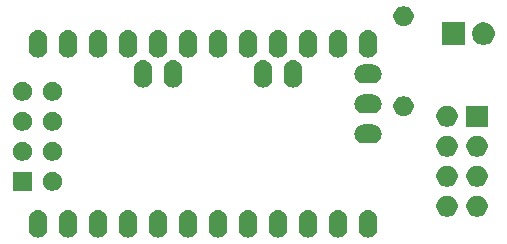
<source format=gbr>
G04 #@! TF.GenerationSoftware,KiCad,Pcbnew,5.1.6*
G04 #@! TF.CreationDate,2020-07-08T06:17:30-04:00*
G04 #@! TF.ProjectId,VS_robot_receiver,56535f72-6f62-46f7-945f-726563656976,rev?*
G04 #@! TF.SameCoordinates,Original*
G04 #@! TF.FileFunction,Soldermask,Bot*
G04 #@! TF.FilePolarity,Negative*
%FSLAX46Y46*%
G04 Gerber Fmt 4.6, Leading zero omitted, Abs format (unit mm)*
G04 Created by KiCad (PCBNEW 5.1.6) date 2020-07-08 06:17:30*
%MOMM*%
%LPD*%
G01*
G04 APERTURE LIST*
%ADD10C,0.100000*%
G04 APERTURE END LIST*
D10*
G36*
X134987134Y-110980778D02*
G01*
X135138231Y-111026613D01*
X135277482Y-111101044D01*
X135399538Y-111201212D01*
X135499706Y-111323267D01*
X135574137Y-111462518D01*
X135619972Y-111613615D01*
X135631570Y-111731375D01*
X135631570Y-112508625D01*
X135619972Y-112626385D01*
X135574137Y-112777482D01*
X135499706Y-112916733D01*
X135399538Y-113038788D01*
X135277483Y-113138956D01*
X135138232Y-113213387D01*
X134987135Y-113259222D01*
X134830000Y-113274698D01*
X134672866Y-113259222D01*
X134521769Y-113213387D01*
X134382518Y-113138956D01*
X134260463Y-113038788D01*
X134160295Y-112916733D01*
X134085864Y-112777482D01*
X134085863Y-112777481D01*
X134040028Y-112626386D01*
X134028430Y-112508626D01*
X134028430Y-111731375D01*
X134040028Y-111613618D01*
X134040028Y-111613616D01*
X134085863Y-111462519D01*
X134160294Y-111323268D01*
X134260462Y-111201212D01*
X134382517Y-111101044D01*
X134521768Y-111026613D01*
X134672865Y-110980778D01*
X134830000Y-110965302D01*
X134987134Y-110980778D01*
G37*
G36*
X160387134Y-110980778D02*
G01*
X160538231Y-111026613D01*
X160677482Y-111101044D01*
X160799538Y-111201212D01*
X160899706Y-111323267D01*
X160974137Y-111462518D01*
X161019972Y-111613615D01*
X161031570Y-111731375D01*
X161031570Y-112508625D01*
X161019972Y-112626385D01*
X160974137Y-112777482D01*
X160899706Y-112916733D01*
X160799538Y-113038788D01*
X160677483Y-113138956D01*
X160538232Y-113213387D01*
X160387135Y-113259222D01*
X160230000Y-113274698D01*
X160072866Y-113259222D01*
X159921769Y-113213387D01*
X159782518Y-113138956D01*
X159660463Y-113038788D01*
X159560295Y-112916733D01*
X159485864Y-112777482D01*
X159485863Y-112777481D01*
X159440028Y-112626386D01*
X159428430Y-112508626D01*
X159428430Y-111731375D01*
X159440028Y-111613618D01*
X159440028Y-111613616D01*
X159485863Y-111462519D01*
X159560294Y-111323268D01*
X159660462Y-111201212D01*
X159782517Y-111101044D01*
X159921768Y-111026613D01*
X160072865Y-110980778D01*
X160230000Y-110965302D01*
X160387134Y-110980778D01*
G37*
G36*
X162927134Y-110980778D02*
G01*
X163078231Y-111026613D01*
X163217482Y-111101044D01*
X163339538Y-111201212D01*
X163439706Y-111323267D01*
X163514137Y-111462518D01*
X163559972Y-111613615D01*
X163571570Y-111731375D01*
X163571570Y-112508625D01*
X163559972Y-112626385D01*
X163514137Y-112777482D01*
X163439706Y-112916733D01*
X163339538Y-113038788D01*
X163217483Y-113138956D01*
X163078232Y-113213387D01*
X162927135Y-113259222D01*
X162770000Y-113274698D01*
X162612866Y-113259222D01*
X162461769Y-113213387D01*
X162322518Y-113138956D01*
X162200463Y-113038788D01*
X162100295Y-112916733D01*
X162025864Y-112777482D01*
X162025863Y-112777481D01*
X161980028Y-112626386D01*
X161968430Y-112508626D01*
X161968430Y-111731375D01*
X161980028Y-111613618D01*
X161980028Y-111613616D01*
X162025863Y-111462519D01*
X162100294Y-111323268D01*
X162200462Y-111201212D01*
X162322517Y-111101044D01*
X162461768Y-111026613D01*
X162612865Y-110980778D01*
X162770000Y-110965302D01*
X162927134Y-110980778D01*
G37*
G36*
X157847134Y-110980778D02*
G01*
X157998231Y-111026613D01*
X158137482Y-111101044D01*
X158259538Y-111201212D01*
X158359706Y-111323267D01*
X158434137Y-111462518D01*
X158479972Y-111613615D01*
X158491570Y-111731375D01*
X158491570Y-112508625D01*
X158479972Y-112626385D01*
X158434137Y-112777482D01*
X158359706Y-112916733D01*
X158259538Y-113038788D01*
X158137483Y-113138956D01*
X157998232Y-113213387D01*
X157847135Y-113259222D01*
X157690000Y-113274698D01*
X157532866Y-113259222D01*
X157381769Y-113213387D01*
X157242518Y-113138956D01*
X157120463Y-113038788D01*
X157020295Y-112916733D01*
X156945864Y-112777482D01*
X156945863Y-112777481D01*
X156900028Y-112626386D01*
X156888430Y-112508626D01*
X156888430Y-111731375D01*
X156900028Y-111613618D01*
X156900028Y-111613616D01*
X156945863Y-111462519D01*
X157020294Y-111323268D01*
X157120462Y-111201212D01*
X157242517Y-111101044D01*
X157381768Y-111026613D01*
X157532865Y-110980778D01*
X157690000Y-110965302D01*
X157847134Y-110980778D01*
G37*
G36*
X155307134Y-110980778D02*
G01*
X155458231Y-111026613D01*
X155597482Y-111101044D01*
X155719538Y-111201212D01*
X155819706Y-111323267D01*
X155894137Y-111462518D01*
X155939972Y-111613615D01*
X155951570Y-111731375D01*
X155951570Y-112508625D01*
X155939972Y-112626385D01*
X155894137Y-112777482D01*
X155819706Y-112916733D01*
X155719538Y-113038788D01*
X155597483Y-113138956D01*
X155458232Y-113213387D01*
X155307135Y-113259222D01*
X155150000Y-113274698D01*
X154992866Y-113259222D01*
X154841769Y-113213387D01*
X154702518Y-113138956D01*
X154580463Y-113038788D01*
X154480295Y-112916733D01*
X154405864Y-112777482D01*
X154405863Y-112777481D01*
X154360028Y-112626386D01*
X154348430Y-112508626D01*
X154348430Y-111731375D01*
X154360028Y-111613618D01*
X154360028Y-111613616D01*
X154405863Y-111462519D01*
X154480294Y-111323268D01*
X154580462Y-111201212D01*
X154702517Y-111101044D01*
X154841768Y-111026613D01*
X154992865Y-110980778D01*
X155150000Y-110965302D01*
X155307134Y-110980778D01*
G37*
G36*
X152767134Y-110980778D02*
G01*
X152918231Y-111026613D01*
X153057482Y-111101044D01*
X153179538Y-111201212D01*
X153279706Y-111323267D01*
X153354137Y-111462518D01*
X153399972Y-111613615D01*
X153411570Y-111731375D01*
X153411570Y-112508625D01*
X153399972Y-112626385D01*
X153354137Y-112777482D01*
X153279706Y-112916733D01*
X153179538Y-113038788D01*
X153057483Y-113138956D01*
X152918232Y-113213387D01*
X152767135Y-113259222D01*
X152610000Y-113274698D01*
X152452866Y-113259222D01*
X152301769Y-113213387D01*
X152162518Y-113138956D01*
X152040463Y-113038788D01*
X151940295Y-112916733D01*
X151865864Y-112777482D01*
X151865863Y-112777481D01*
X151820028Y-112626386D01*
X151808430Y-112508626D01*
X151808430Y-111731375D01*
X151820028Y-111613618D01*
X151820028Y-111613616D01*
X151865863Y-111462519D01*
X151940294Y-111323268D01*
X152040462Y-111201212D01*
X152162517Y-111101044D01*
X152301768Y-111026613D01*
X152452865Y-110980778D01*
X152610000Y-110965302D01*
X152767134Y-110980778D01*
G37*
G36*
X150227134Y-110980778D02*
G01*
X150378231Y-111026613D01*
X150517482Y-111101044D01*
X150639538Y-111201212D01*
X150739706Y-111323267D01*
X150814137Y-111462518D01*
X150859972Y-111613615D01*
X150871570Y-111731375D01*
X150871570Y-112508625D01*
X150859972Y-112626385D01*
X150814137Y-112777482D01*
X150739706Y-112916733D01*
X150639538Y-113038788D01*
X150517483Y-113138956D01*
X150378232Y-113213387D01*
X150227135Y-113259222D01*
X150070000Y-113274698D01*
X149912866Y-113259222D01*
X149761769Y-113213387D01*
X149622518Y-113138956D01*
X149500463Y-113038788D01*
X149400295Y-112916733D01*
X149325864Y-112777482D01*
X149325863Y-112777481D01*
X149280028Y-112626386D01*
X149268430Y-112508626D01*
X149268430Y-111731375D01*
X149280028Y-111613618D01*
X149280028Y-111613616D01*
X149325863Y-111462519D01*
X149400294Y-111323268D01*
X149500462Y-111201212D01*
X149622517Y-111101044D01*
X149761768Y-111026613D01*
X149912865Y-110980778D01*
X150070000Y-110965302D01*
X150227134Y-110980778D01*
G37*
G36*
X145147134Y-110980778D02*
G01*
X145298231Y-111026613D01*
X145437482Y-111101044D01*
X145559538Y-111201212D01*
X145659706Y-111323267D01*
X145734137Y-111462518D01*
X145779972Y-111613615D01*
X145791570Y-111731375D01*
X145791570Y-112508625D01*
X145779972Y-112626385D01*
X145734137Y-112777482D01*
X145659706Y-112916733D01*
X145559538Y-113038788D01*
X145437483Y-113138956D01*
X145298232Y-113213387D01*
X145147135Y-113259222D01*
X144990000Y-113274698D01*
X144832866Y-113259222D01*
X144681769Y-113213387D01*
X144542518Y-113138956D01*
X144420463Y-113038788D01*
X144320295Y-112916733D01*
X144245864Y-112777482D01*
X144245863Y-112777481D01*
X144200028Y-112626386D01*
X144188430Y-112508626D01*
X144188430Y-111731375D01*
X144200028Y-111613618D01*
X144200028Y-111613616D01*
X144245863Y-111462519D01*
X144320294Y-111323268D01*
X144420462Y-111201212D01*
X144542517Y-111101044D01*
X144681768Y-111026613D01*
X144832865Y-110980778D01*
X144990000Y-110965302D01*
X145147134Y-110980778D01*
G37*
G36*
X142607134Y-110980778D02*
G01*
X142758231Y-111026613D01*
X142897482Y-111101044D01*
X143019538Y-111201212D01*
X143119706Y-111323267D01*
X143194137Y-111462518D01*
X143239972Y-111613615D01*
X143251570Y-111731375D01*
X143251570Y-112508625D01*
X143239972Y-112626385D01*
X143194137Y-112777482D01*
X143119706Y-112916733D01*
X143019538Y-113038788D01*
X142897483Y-113138956D01*
X142758232Y-113213387D01*
X142607135Y-113259222D01*
X142450000Y-113274698D01*
X142292866Y-113259222D01*
X142141769Y-113213387D01*
X142002518Y-113138956D01*
X141880463Y-113038788D01*
X141780295Y-112916733D01*
X141705864Y-112777482D01*
X141705863Y-112777481D01*
X141660028Y-112626386D01*
X141648430Y-112508626D01*
X141648430Y-111731375D01*
X141660028Y-111613618D01*
X141660028Y-111613616D01*
X141705863Y-111462519D01*
X141780294Y-111323268D01*
X141880462Y-111201212D01*
X142002517Y-111101044D01*
X142141768Y-111026613D01*
X142292865Y-110980778D01*
X142450000Y-110965302D01*
X142607134Y-110980778D01*
G37*
G36*
X140067134Y-110980778D02*
G01*
X140218231Y-111026613D01*
X140357482Y-111101044D01*
X140479538Y-111201212D01*
X140579706Y-111323267D01*
X140654137Y-111462518D01*
X140699972Y-111613615D01*
X140711570Y-111731375D01*
X140711570Y-112508625D01*
X140699972Y-112626385D01*
X140654137Y-112777482D01*
X140579706Y-112916733D01*
X140479538Y-113038788D01*
X140357483Y-113138956D01*
X140218232Y-113213387D01*
X140067135Y-113259222D01*
X139910000Y-113274698D01*
X139752866Y-113259222D01*
X139601769Y-113213387D01*
X139462518Y-113138956D01*
X139340463Y-113038788D01*
X139240295Y-112916733D01*
X139165864Y-112777482D01*
X139165863Y-112777481D01*
X139120028Y-112626386D01*
X139108430Y-112508626D01*
X139108430Y-111731375D01*
X139120028Y-111613618D01*
X139120028Y-111613616D01*
X139165863Y-111462519D01*
X139240294Y-111323268D01*
X139340462Y-111201212D01*
X139462517Y-111101044D01*
X139601768Y-111026613D01*
X139752865Y-110980778D01*
X139910000Y-110965302D01*
X140067134Y-110980778D01*
G37*
G36*
X137527134Y-110980778D02*
G01*
X137678231Y-111026613D01*
X137817482Y-111101044D01*
X137939538Y-111201212D01*
X138039706Y-111323267D01*
X138114137Y-111462518D01*
X138159972Y-111613615D01*
X138171570Y-111731375D01*
X138171570Y-112508625D01*
X138159972Y-112626385D01*
X138114137Y-112777482D01*
X138039706Y-112916733D01*
X137939538Y-113038788D01*
X137817483Y-113138956D01*
X137678232Y-113213387D01*
X137527135Y-113259222D01*
X137370000Y-113274698D01*
X137212866Y-113259222D01*
X137061769Y-113213387D01*
X136922518Y-113138956D01*
X136800463Y-113038788D01*
X136700295Y-112916733D01*
X136625864Y-112777482D01*
X136625863Y-112777481D01*
X136580028Y-112626386D01*
X136568430Y-112508626D01*
X136568430Y-111731375D01*
X136580028Y-111613618D01*
X136580028Y-111613616D01*
X136625863Y-111462519D01*
X136700294Y-111323268D01*
X136800462Y-111201212D01*
X136922517Y-111101044D01*
X137061768Y-111026613D01*
X137212865Y-110980778D01*
X137370000Y-110965302D01*
X137527134Y-110980778D01*
G37*
G36*
X147687134Y-110980778D02*
G01*
X147838231Y-111026613D01*
X147977482Y-111101044D01*
X148099538Y-111201212D01*
X148199706Y-111323267D01*
X148274137Y-111462518D01*
X148319972Y-111613615D01*
X148331570Y-111731375D01*
X148331570Y-112508625D01*
X148319972Y-112626385D01*
X148274137Y-112777482D01*
X148199706Y-112916733D01*
X148099538Y-113038788D01*
X147977483Y-113138956D01*
X147838232Y-113213387D01*
X147687135Y-113259222D01*
X147530000Y-113274698D01*
X147372866Y-113259222D01*
X147221769Y-113213387D01*
X147082518Y-113138956D01*
X146960463Y-113038788D01*
X146860295Y-112916733D01*
X146785864Y-112777482D01*
X146785863Y-112777481D01*
X146740028Y-112626386D01*
X146728430Y-112508626D01*
X146728430Y-111731375D01*
X146740028Y-111613618D01*
X146740028Y-111613616D01*
X146785863Y-111462519D01*
X146860294Y-111323268D01*
X146960462Y-111201212D01*
X147082517Y-111101044D01*
X147221768Y-111026613D01*
X147372865Y-110980778D01*
X147530000Y-110965302D01*
X147687134Y-110980778D01*
G37*
G36*
X169573512Y-109723927D02*
G01*
X169722812Y-109753624D01*
X169886784Y-109821544D01*
X170034354Y-109920147D01*
X170159853Y-110045646D01*
X170258456Y-110193216D01*
X170326376Y-110357188D01*
X170361000Y-110531259D01*
X170361000Y-110708741D01*
X170326376Y-110882812D01*
X170258456Y-111046784D01*
X170159853Y-111194354D01*
X170034354Y-111319853D01*
X169886784Y-111418456D01*
X169722812Y-111486376D01*
X169573512Y-111516073D01*
X169548742Y-111521000D01*
X169371258Y-111521000D01*
X169346488Y-111516073D01*
X169197188Y-111486376D01*
X169033216Y-111418456D01*
X168885646Y-111319853D01*
X168760147Y-111194354D01*
X168661544Y-111046784D01*
X168593624Y-110882812D01*
X168559000Y-110708741D01*
X168559000Y-110531259D01*
X168593624Y-110357188D01*
X168661544Y-110193216D01*
X168760147Y-110045646D01*
X168885646Y-109920147D01*
X169033216Y-109821544D01*
X169197188Y-109753624D01*
X169346488Y-109723927D01*
X169371258Y-109719000D01*
X169548742Y-109719000D01*
X169573512Y-109723927D01*
G37*
G36*
X172113512Y-109723927D02*
G01*
X172262812Y-109753624D01*
X172426784Y-109821544D01*
X172574354Y-109920147D01*
X172699853Y-110045646D01*
X172798456Y-110193216D01*
X172866376Y-110357188D01*
X172901000Y-110531259D01*
X172901000Y-110708741D01*
X172866376Y-110882812D01*
X172798456Y-111046784D01*
X172699853Y-111194354D01*
X172574354Y-111319853D01*
X172426784Y-111418456D01*
X172262812Y-111486376D01*
X172113512Y-111516073D01*
X172088742Y-111521000D01*
X171911258Y-111521000D01*
X171886488Y-111516073D01*
X171737188Y-111486376D01*
X171573216Y-111418456D01*
X171425646Y-111319853D01*
X171300147Y-111194354D01*
X171201544Y-111046784D01*
X171133624Y-110882812D01*
X171099000Y-110708741D01*
X171099000Y-110531259D01*
X171133624Y-110357188D01*
X171201544Y-110193216D01*
X171300147Y-110045646D01*
X171425646Y-109920147D01*
X171573216Y-109821544D01*
X171737188Y-109753624D01*
X171886488Y-109723927D01*
X171911258Y-109719000D01*
X172088742Y-109719000D01*
X172113512Y-109723927D01*
G37*
G36*
X134313000Y-109313000D02*
G01*
X132687000Y-109313000D01*
X132687000Y-107687000D01*
X134313000Y-107687000D01*
X134313000Y-109313000D01*
G37*
G36*
X136277142Y-107718242D02*
G01*
X136425101Y-107779529D01*
X136558255Y-107868499D01*
X136671501Y-107981745D01*
X136760471Y-108114899D01*
X136821758Y-108262858D01*
X136853000Y-108419925D01*
X136853000Y-108580075D01*
X136821758Y-108737142D01*
X136760471Y-108885101D01*
X136671501Y-109018255D01*
X136558255Y-109131501D01*
X136425101Y-109220471D01*
X136277142Y-109281758D01*
X136120075Y-109313000D01*
X135959925Y-109313000D01*
X135802858Y-109281758D01*
X135654899Y-109220471D01*
X135521745Y-109131501D01*
X135408499Y-109018255D01*
X135319529Y-108885101D01*
X135258242Y-108737142D01*
X135227000Y-108580075D01*
X135227000Y-108419925D01*
X135258242Y-108262858D01*
X135319529Y-108114899D01*
X135408499Y-107981745D01*
X135521745Y-107868499D01*
X135654899Y-107779529D01*
X135802858Y-107718242D01*
X135959925Y-107687000D01*
X136120075Y-107687000D01*
X136277142Y-107718242D01*
G37*
G36*
X172113512Y-107183927D02*
G01*
X172262812Y-107213624D01*
X172426784Y-107281544D01*
X172574354Y-107380147D01*
X172699853Y-107505646D01*
X172798456Y-107653216D01*
X172866376Y-107817188D01*
X172901000Y-107991259D01*
X172901000Y-108168741D01*
X172866376Y-108342812D01*
X172798456Y-108506784D01*
X172699853Y-108654354D01*
X172574354Y-108779853D01*
X172426784Y-108878456D01*
X172262812Y-108946376D01*
X172113512Y-108976073D01*
X172088742Y-108981000D01*
X171911258Y-108981000D01*
X171886488Y-108976073D01*
X171737188Y-108946376D01*
X171573216Y-108878456D01*
X171425646Y-108779853D01*
X171300147Y-108654354D01*
X171201544Y-108506784D01*
X171133624Y-108342812D01*
X171099000Y-108168741D01*
X171099000Y-107991259D01*
X171133624Y-107817188D01*
X171201544Y-107653216D01*
X171300147Y-107505646D01*
X171425646Y-107380147D01*
X171573216Y-107281544D01*
X171737188Y-107213624D01*
X171886488Y-107183927D01*
X171911258Y-107179000D01*
X172088742Y-107179000D01*
X172113512Y-107183927D01*
G37*
G36*
X169573512Y-107183927D02*
G01*
X169722812Y-107213624D01*
X169886784Y-107281544D01*
X170034354Y-107380147D01*
X170159853Y-107505646D01*
X170258456Y-107653216D01*
X170326376Y-107817188D01*
X170361000Y-107991259D01*
X170361000Y-108168741D01*
X170326376Y-108342812D01*
X170258456Y-108506784D01*
X170159853Y-108654354D01*
X170034354Y-108779853D01*
X169886784Y-108878456D01*
X169722812Y-108946376D01*
X169573512Y-108976073D01*
X169548742Y-108981000D01*
X169371258Y-108981000D01*
X169346488Y-108976073D01*
X169197188Y-108946376D01*
X169033216Y-108878456D01*
X168885646Y-108779853D01*
X168760147Y-108654354D01*
X168661544Y-108506784D01*
X168593624Y-108342812D01*
X168559000Y-108168741D01*
X168559000Y-107991259D01*
X168593624Y-107817188D01*
X168661544Y-107653216D01*
X168760147Y-107505646D01*
X168885646Y-107380147D01*
X169033216Y-107281544D01*
X169197188Y-107213624D01*
X169346488Y-107183927D01*
X169371258Y-107179000D01*
X169548742Y-107179000D01*
X169573512Y-107183927D01*
G37*
G36*
X136277142Y-105178242D02*
G01*
X136425101Y-105239529D01*
X136558255Y-105328499D01*
X136671501Y-105441745D01*
X136760471Y-105574899D01*
X136821758Y-105722858D01*
X136853000Y-105879925D01*
X136853000Y-106040075D01*
X136821758Y-106197142D01*
X136760471Y-106345101D01*
X136671501Y-106478255D01*
X136558255Y-106591501D01*
X136425101Y-106680471D01*
X136277142Y-106741758D01*
X136120075Y-106773000D01*
X135959925Y-106773000D01*
X135802858Y-106741758D01*
X135654899Y-106680471D01*
X135521745Y-106591501D01*
X135408499Y-106478255D01*
X135319529Y-106345101D01*
X135258242Y-106197142D01*
X135227000Y-106040075D01*
X135227000Y-105879925D01*
X135258242Y-105722858D01*
X135319529Y-105574899D01*
X135408499Y-105441745D01*
X135521745Y-105328499D01*
X135654899Y-105239529D01*
X135802858Y-105178242D01*
X135959925Y-105147000D01*
X136120075Y-105147000D01*
X136277142Y-105178242D01*
G37*
G36*
X133737142Y-105178242D02*
G01*
X133885101Y-105239529D01*
X134018255Y-105328499D01*
X134131501Y-105441745D01*
X134220471Y-105574899D01*
X134281758Y-105722858D01*
X134313000Y-105879925D01*
X134313000Y-106040075D01*
X134281758Y-106197142D01*
X134220471Y-106345101D01*
X134131501Y-106478255D01*
X134018255Y-106591501D01*
X133885101Y-106680471D01*
X133737142Y-106741758D01*
X133580075Y-106773000D01*
X133419925Y-106773000D01*
X133262858Y-106741758D01*
X133114899Y-106680471D01*
X132981745Y-106591501D01*
X132868499Y-106478255D01*
X132779529Y-106345101D01*
X132718242Y-106197142D01*
X132687000Y-106040075D01*
X132687000Y-105879925D01*
X132718242Y-105722858D01*
X132779529Y-105574899D01*
X132868499Y-105441745D01*
X132981745Y-105328499D01*
X133114899Y-105239529D01*
X133262858Y-105178242D01*
X133419925Y-105147000D01*
X133580075Y-105147000D01*
X133737142Y-105178242D01*
G37*
G36*
X169573512Y-104643927D02*
G01*
X169722812Y-104673624D01*
X169886784Y-104741544D01*
X170034354Y-104840147D01*
X170159853Y-104965646D01*
X170258456Y-105113216D01*
X170326376Y-105277188D01*
X170361000Y-105451259D01*
X170361000Y-105628741D01*
X170326376Y-105802812D01*
X170258456Y-105966784D01*
X170159853Y-106114354D01*
X170034354Y-106239853D01*
X169886784Y-106338456D01*
X169722812Y-106406376D01*
X169573512Y-106436073D01*
X169548742Y-106441000D01*
X169371258Y-106441000D01*
X169346488Y-106436073D01*
X169197188Y-106406376D01*
X169033216Y-106338456D01*
X168885646Y-106239853D01*
X168760147Y-106114354D01*
X168661544Y-105966784D01*
X168593624Y-105802812D01*
X168559000Y-105628741D01*
X168559000Y-105451259D01*
X168593624Y-105277188D01*
X168661544Y-105113216D01*
X168760147Y-104965646D01*
X168885646Y-104840147D01*
X169033216Y-104741544D01*
X169197188Y-104673624D01*
X169346488Y-104643927D01*
X169371258Y-104639000D01*
X169548742Y-104639000D01*
X169573512Y-104643927D01*
G37*
G36*
X172113512Y-104643927D02*
G01*
X172262812Y-104673624D01*
X172426784Y-104741544D01*
X172574354Y-104840147D01*
X172699853Y-104965646D01*
X172798456Y-105113216D01*
X172866376Y-105277188D01*
X172901000Y-105451259D01*
X172901000Y-105628741D01*
X172866376Y-105802812D01*
X172798456Y-105966784D01*
X172699853Y-106114354D01*
X172574354Y-106239853D01*
X172426784Y-106338456D01*
X172262812Y-106406376D01*
X172113512Y-106436073D01*
X172088742Y-106441000D01*
X171911258Y-106441000D01*
X171886488Y-106436073D01*
X171737188Y-106406376D01*
X171573216Y-106338456D01*
X171425646Y-106239853D01*
X171300147Y-106114354D01*
X171201544Y-105966784D01*
X171133624Y-105802812D01*
X171099000Y-105628741D01*
X171099000Y-105451259D01*
X171133624Y-105277188D01*
X171201544Y-105113216D01*
X171300147Y-104965646D01*
X171425646Y-104840147D01*
X171573216Y-104741544D01*
X171737188Y-104673624D01*
X171886488Y-104643927D01*
X171911258Y-104639000D01*
X172088742Y-104639000D01*
X172113512Y-104643927D01*
G37*
G36*
X163197878Y-103702296D02*
G01*
X163276385Y-103710028D01*
X163427482Y-103755863D01*
X163566733Y-103830294D01*
X163688788Y-103930462D01*
X163788956Y-104052517D01*
X163863387Y-104191768D01*
X163909222Y-104342865D01*
X163924698Y-104500000D01*
X163909222Y-104657135D01*
X163863387Y-104808232D01*
X163788956Y-104947483D01*
X163688788Y-105069538D01*
X163566733Y-105169706D01*
X163427482Y-105244137D01*
X163276385Y-105289972D01*
X163197878Y-105297704D01*
X163158626Y-105301570D01*
X162381374Y-105301570D01*
X162342122Y-105297704D01*
X162263615Y-105289972D01*
X162112518Y-105244137D01*
X161973267Y-105169706D01*
X161851212Y-105069538D01*
X161751044Y-104947483D01*
X161676613Y-104808232D01*
X161630778Y-104657135D01*
X161615302Y-104500000D01*
X161630778Y-104342865D01*
X161676613Y-104191768D01*
X161751044Y-104052517D01*
X161851212Y-103930462D01*
X161973267Y-103830294D01*
X162112518Y-103755863D01*
X162263615Y-103710028D01*
X162342122Y-103702296D01*
X162381374Y-103698430D01*
X163158626Y-103698430D01*
X163197878Y-103702296D01*
G37*
G36*
X136277142Y-102638242D02*
G01*
X136425101Y-102699529D01*
X136558255Y-102788499D01*
X136671501Y-102901745D01*
X136760471Y-103034899D01*
X136821758Y-103182858D01*
X136853000Y-103339925D01*
X136853000Y-103500075D01*
X136821758Y-103657142D01*
X136760471Y-103805101D01*
X136671501Y-103938255D01*
X136558255Y-104051501D01*
X136425101Y-104140471D01*
X136277142Y-104201758D01*
X136120075Y-104233000D01*
X135959925Y-104233000D01*
X135802858Y-104201758D01*
X135654899Y-104140471D01*
X135521745Y-104051501D01*
X135408499Y-103938255D01*
X135319529Y-103805101D01*
X135258242Y-103657142D01*
X135227000Y-103500075D01*
X135227000Y-103339925D01*
X135258242Y-103182858D01*
X135319529Y-103034899D01*
X135408499Y-102901745D01*
X135521745Y-102788499D01*
X135654899Y-102699529D01*
X135802858Y-102638242D01*
X135959925Y-102607000D01*
X136120075Y-102607000D01*
X136277142Y-102638242D01*
G37*
G36*
X133737142Y-102638242D02*
G01*
X133885101Y-102699529D01*
X134018255Y-102788499D01*
X134131501Y-102901745D01*
X134220471Y-103034899D01*
X134281758Y-103182858D01*
X134313000Y-103339925D01*
X134313000Y-103500075D01*
X134281758Y-103657142D01*
X134220471Y-103805101D01*
X134131501Y-103938255D01*
X134018255Y-104051501D01*
X133885101Y-104140471D01*
X133737142Y-104201758D01*
X133580075Y-104233000D01*
X133419925Y-104233000D01*
X133262858Y-104201758D01*
X133114899Y-104140471D01*
X132981745Y-104051501D01*
X132868499Y-103938255D01*
X132779529Y-103805101D01*
X132718242Y-103657142D01*
X132687000Y-103500075D01*
X132687000Y-103339925D01*
X132718242Y-103182858D01*
X132779529Y-103034899D01*
X132868499Y-102901745D01*
X132981745Y-102788499D01*
X133114899Y-102699529D01*
X133262858Y-102638242D01*
X133419925Y-102607000D01*
X133580075Y-102607000D01*
X133737142Y-102638242D01*
G37*
G36*
X169573512Y-102103927D02*
G01*
X169722812Y-102133624D01*
X169886784Y-102201544D01*
X170034354Y-102300147D01*
X170159853Y-102425646D01*
X170258456Y-102573216D01*
X170326376Y-102737188D01*
X170356073Y-102886488D01*
X170359586Y-102904147D01*
X170361000Y-102911259D01*
X170361000Y-103088741D01*
X170326376Y-103262812D01*
X170258456Y-103426784D01*
X170159853Y-103574354D01*
X170034354Y-103699853D01*
X169886784Y-103798456D01*
X169722812Y-103866376D01*
X169573512Y-103896073D01*
X169548742Y-103901000D01*
X169371258Y-103901000D01*
X169346488Y-103896073D01*
X169197188Y-103866376D01*
X169033216Y-103798456D01*
X168885646Y-103699853D01*
X168760147Y-103574354D01*
X168661544Y-103426784D01*
X168593624Y-103262812D01*
X168559000Y-103088741D01*
X168559000Y-102911259D01*
X168560415Y-102904147D01*
X168563927Y-102886488D01*
X168593624Y-102737188D01*
X168661544Y-102573216D01*
X168760147Y-102425646D01*
X168885646Y-102300147D01*
X169033216Y-102201544D01*
X169197188Y-102133624D01*
X169346488Y-102103927D01*
X169371258Y-102099000D01*
X169548742Y-102099000D01*
X169573512Y-102103927D01*
G37*
G36*
X172901000Y-103901000D02*
G01*
X171099000Y-103901000D01*
X171099000Y-102099000D01*
X172901000Y-102099000D01*
X172901000Y-103901000D01*
G37*
G36*
X166028228Y-101331703D02*
G01*
X166183100Y-101395853D01*
X166322481Y-101488985D01*
X166441015Y-101607519D01*
X166534147Y-101746900D01*
X166598297Y-101901772D01*
X166631000Y-102066184D01*
X166631000Y-102233816D01*
X166598297Y-102398228D01*
X166534147Y-102553100D01*
X166441015Y-102692481D01*
X166322481Y-102811015D01*
X166183100Y-102904147D01*
X166028228Y-102968297D01*
X165863816Y-103001000D01*
X165696184Y-103001000D01*
X165531772Y-102968297D01*
X165376900Y-102904147D01*
X165237519Y-102811015D01*
X165118985Y-102692481D01*
X165025853Y-102553100D01*
X164961703Y-102398228D01*
X164929000Y-102233816D01*
X164929000Y-102066184D01*
X164961703Y-101901772D01*
X165025853Y-101746900D01*
X165118985Y-101607519D01*
X165237519Y-101488985D01*
X165376900Y-101395853D01*
X165531772Y-101331703D01*
X165696184Y-101299000D01*
X165863816Y-101299000D01*
X166028228Y-101331703D01*
G37*
G36*
X163197878Y-101162296D02*
G01*
X163276385Y-101170028D01*
X163427482Y-101215863D01*
X163566733Y-101290294D01*
X163688788Y-101390462D01*
X163788956Y-101512517D01*
X163863387Y-101651768D01*
X163909222Y-101802865D01*
X163924698Y-101960000D01*
X163909222Y-102117135D01*
X163863387Y-102268232D01*
X163788956Y-102407483D01*
X163688788Y-102529538D01*
X163566733Y-102629706D01*
X163427482Y-102704137D01*
X163276385Y-102749972D01*
X163197878Y-102757704D01*
X163158626Y-102761570D01*
X162381374Y-102761570D01*
X162342122Y-102757704D01*
X162263615Y-102749972D01*
X162112518Y-102704137D01*
X161973267Y-102629706D01*
X161851212Y-102529538D01*
X161751044Y-102407483D01*
X161676613Y-102268232D01*
X161630778Y-102117135D01*
X161615302Y-101960000D01*
X161630778Y-101802865D01*
X161676613Y-101651768D01*
X161751044Y-101512517D01*
X161851212Y-101390462D01*
X161973267Y-101290294D01*
X162112518Y-101215863D01*
X162263615Y-101170028D01*
X162342122Y-101162296D01*
X162381374Y-101158430D01*
X163158626Y-101158430D01*
X163197878Y-101162296D01*
G37*
G36*
X133737142Y-100098242D02*
G01*
X133885101Y-100159529D01*
X134018255Y-100248499D01*
X134131501Y-100361745D01*
X134220471Y-100494899D01*
X134281758Y-100642858D01*
X134313000Y-100799925D01*
X134313000Y-100960075D01*
X134281758Y-101117142D01*
X134220471Y-101265101D01*
X134131501Y-101398255D01*
X134018255Y-101511501D01*
X133885101Y-101600471D01*
X133737142Y-101661758D01*
X133580075Y-101693000D01*
X133419925Y-101693000D01*
X133262858Y-101661758D01*
X133114899Y-101600471D01*
X132981745Y-101511501D01*
X132868499Y-101398255D01*
X132779529Y-101265101D01*
X132718242Y-101117142D01*
X132687000Y-100960075D01*
X132687000Y-100799925D01*
X132718242Y-100642858D01*
X132779529Y-100494899D01*
X132868499Y-100361745D01*
X132981745Y-100248499D01*
X133114899Y-100159529D01*
X133262858Y-100098242D01*
X133419925Y-100067000D01*
X133580075Y-100067000D01*
X133737142Y-100098242D01*
G37*
G36*
X136277142Y-100098242D02*
G01*
X136425101Y-100159529D01*
X136558255Y-100248499D01*
X136671501Y-100361745D01*
X136760471Y-100494899D01*
X136821758Y-100642858D01*
X136853000Y-100799925D01*
X136853000Y-100960075D01*
X136821758Y-101117142D01*
X136760471Y-101265101D01*
X136671501Y-101398255D01*
X136558255Y-101511501D01*
X136425101Y-101600471D01*
X136277142Y-101661758D01*
X136120075Y-101693000D01*
X135959925Y-101693000D01*
X135802858Y-101661758D01*
X135654899Y-101600471D01*
X135521745Y-101511501D01*
X135408499Y-101398255D01*
X135319529Y-101265101D01*
X135258242Y-101117142D01*
X135227000Y-100960075D01*
X135227000Y-100799925D01*
X135258242Y-100642858D01*
X135319529Y-100494899D01*
X135408499Y-100361745D01*
X135521745Y-100248499D01*
X135654899Y-100159529D01*
X135802858Y-100098242D01*
X135959925Y-100067000D01*
X136120075Y-100067000D01*
X136277142Y-100098242D01*
G37*
G36*
X154037134Y-98280778D02*
G01*
X154188231Y-98326613D01*
X154327482Y-98401044D01*
X154449538Y-98501212D01*
X154549706Y-98623267D01*
X154624137Y-98762518D01*
X154669972Y-98913615D01*
X154681570Y-99031375D01*
X154681570Y-99808625D01*
X154669972Y-99926385D01*
X154624137Y-100077482D01*
X154549706Y-100216733D01*
X154449538Y-100338788D01*
X154327483Y-100438956D01*
X154188232Y-100513387D01*
X154037135Y-100559222D01*
X153880000Y-100574698D01*
X153722866Y-100559222D01*
X153571769Y-100513387D01*
X153432518Y-100438956D01*
X153310463Y-100338788D01*
X153210295Y-100216733D01*
X153142399Y-100089708D01*
X153135863Y-100077481D01*
X153090028Y-99926386D01*
X153078430Y-99808626D01*
X153078430Y-99031375D01*
X153090028Y-98913618D01*
X153090028Y-98913616D01*
X153135863Y-98762519D01*
X153210294Y-98623268D01*
X153310462Y-98501212D01*
X153432517Y-98401044D01*
X153571768Y-98326613D01*
X153722865Y-98280778D01*
X153880000Y-98265302D01*
X154037134Y-98280778D01*
G37*
G36*
X143877134Y-98280778D02*
G01*
X144028231Y-98326613D01*
X144167482Y-98401044D01*
X144289538Y-98501212D01*
X144389706Y-98623267D01*
X144464137Y-98762518D01*
X144509972Y-98913615D01*
X144521570Y-99031375D01*
X144521570Y-99808625D01*
X144509972Y-99926385D01*
X144464137Y-100077482D01*
X144389706Y-100216733D01*
X144289538Y-100338788D01*
X144167483Y-100438956D01*
X144028232Y-100513387D01*
X143877135Y-100559222D01*
X143720000Y-100574698D01*
X143562866Y-100559222D01*
X143411769Y-100513387D01*
X143272518Y-100438956D01*
X143150463Y-100338788D01*
X143050295Y-100216733D01*
X142982399Y-100089708D01*
X142975863Y-100077481D01*
X142930028Y-99926386D01*
X142918430Y-99808626D01*
X142918430Y-99031375D01*
X142930028Y-98913618D01*
X142930028Y-98913616D01*
X142975863Y-98762519D01*
X143050294Y-98623268D01*
X143150462Y-98501212D01*
X143272517Y-98401044D01*
X143411768Y-98326613D01*
X143562865Y-98280778D01*
X143720000Y-98265302D01*
X143877134Y-98280778D01*
G37*
G36*
X146417134Y-98280778D02*
G01*
X146568231Y-98326613D01*
X146707482Y-98401044D01*
X146829538Y-98501212D01*
X146929706Y-98623267D01*
X147004137Y-98762518D01*
X147049972Y-98913615D01*
X147061570Y-99031375D01*
X147061570Y-99808625D01*
X147049972Y-99926385D01*
X147004137Y-100077482D01*
X146929706Y-100216733D01*
X146829538Y-100338788D01*
X146707483Y-100438956D01*
X146568232Y-100513387D01*
X146417135Y-100559222D01*
X146260000Y-100574698D01*
X146102866Y-100559222D01*
X145951769Y-100513387D01*
X145812518Y-100438956D01*
X145690463Y-100338788D01*
X145590295Y-100216733D01*
X145522399Y-100089708D01*
X145515863Y-100077481D01*
X145470028Y-99926386D01*
X145458430Y-99808626D01*
X145458430Y-99031375D01*
X145470028Y-98913618D01*
X145470028Y-98913616D01*
X145515863Y-98762519D01*
X145590294Y-98623268D01*
X145690462Y-98501212D01*
X145812517Y-98401044D01*
X145951768Y-98326613D01*
X146102865Y-98280778D01*
X146260000Y-98265302D01*
X146417134Y-98280778D01*
G37*
G36*
X156577134Y-98280778D02*
G01*
X156728231Y-98326613D01*
X156867482Y-98401044D01*
X156989538Y-98501212D01*
X157089706Y-98623267D01*
X157164137Y-98762518D01*
X157209972Y-98913615D01*
X157221570Y-99031375D01*
X157221570Y-99808625D01*
X157209972Y-99926385D01*
X157164137Y-100077482D01*
X157089706Y-100216733D01*
X156989538Y-100338788D01*
X156867483Y-100438956D01*
X156728232Y-100513387D01*
X156577135Y-100559222D01*
X156420000Y-100574698D01*
X156262866Y-100559222D01*
X156111769Y-100513387D01*
X155972518Y-100438956D01*
X155850463Y-100338788D01*
X155750295Y-100216733D01*
X155682399Y-100089708D01*
X155675863Y-100077481D01*
X155630028Y-99926386D01*
X155618430Y-99808626D01*
X155618430Y-99031375D01*
X155630028Y-98913618D01*
X155630028Y-98913616D01*
X155675863Y-98762519D01*
X155750294Y-98623268D01*
X155850462Y-98501212D01*
X155972517Y-98401044D01*
X156111768Y-98326613D01*
X156262865Y-98280778D01*
X156420000Y-98265302D01*
X156577134Y-98280778D01*
G37*
G36*
X163197878Y-98622296D02*
G01*
X163276385Y-98630028D01*
X163427482Y-98675863D01*
X163566733Y-98750294D01*
X163688788Y-98850462D01*
X163788956Y-98972517D01*
X163863387Y-99111768D01*
X163909222Y-99262865D01*
X163924698Y-99420000D01*
X163909222Y-99577135D01*
X163863387Y-99728232D01*
X163788956Y-99867483D01*
X163688788Y-99989538D01*
X163566733Y-100089706D01*
X163427482Y-100164137D01*
X163276385Y-100209972D01*
X163207778Y-100216729D01*
X163158626Y-100221570D01*
X162381374Y-100221570D01*
X162332222Y-100216729D01*
X162263615Y-100209972D01*
X162112518Y-100164137D01*
X161973267Y-100089706D01*
X161851212Y-99989538D01*
X161751044Y-99867483D01*
X161676613Y-99728232D01*
X161630778Y-99577135D01*
X161615302Y-99420000D01*
X161630778Y-99262865D01*
X161676613Y-99111768D01*
X161751044Y-98972517D01*
X161851212Y-98850462D01*
X161973267Y-98750294D01*
X162112518Y-98675863D01*
X162263615Y-98630028D01*
X162342122Y-98622296D01*
X162381374Y-98618430D01*
X163158626Y-98618430D01*
X163197878Y-98622296D01*
G37*
G36*
X134987134Y-95740778D02*
G01*
X135138231Y-95786613D01*
X135277482Y-95861044D01*
X135399538Y-95961212D01*
X135499706Y-96083267D01*
X135574137Y-96222518D01*
X135619972Y-96373615D01*
X135631570Y-96491375D01*
X135631570Y-97268625D01*
X135619972Y-97386385D01*
X135574137Y-97537482D01*
X135499706Y-97676733D01*
X135399538Y-97798788D01*
X135277483Y-97898956D01*
X135138232Y-97973387D01*
X134987135Y-98019222D01*
X134830000Y-98034698D01*
X134672866Y-98019222D01*
X134521769Y-97973387D01*
X134382518Y-97898956D01*
X134260463Y-97798788D01*
X134160295Y-97676733D01*
X134085864Y-97537482D01*
X134085863Y-97537481D01*
X134040028Y-97386386D01*
X134028430Y-97268626D01*
X134028430Y-96491375D01*
X134040028Y-96373618D01*
X134040028Y-96373616D01*
X134085863Y-96222519D01*
X134160294Y-96083268D01*
X134260462Y-95961212D01*
X134382517Y-95861044D01*
X134521768Y-95786613D01*
X134672865Y-95740778D01*
X134830000Y-95725302D01*
X134987134Y-95740778D01*
G37*
G36*
X160387134Y-95740778D02*
G01*
X160538231Y-95786613D01*
X160677482Y-95861044D01*
X160799538Y-95961212D01*
X160899706Y-96083267D01*
X160974137Y-96222518D01*
X161019972Y-96373615D01*
X161031570Y-96491375D01*
X161031570Y-97268625D01*
X161019972Y-97386385D01*
X160974137Y-97537482D01*
X160899706Y-97676733D01*
X160799538Y-97798788D01*
X160677483Y-97898956D01*
X160538232Y-97973387D01*
X160387135Y-98019222D01*
X160230000Y-98034698D01*
X160072866Y-98019222D01*
X159921769Y-97973387D01*
X159782518Y-97898956D01*
X159660463Y-97798788D01*
X159560295Y-97676733D01*
X159485864Y-97537482D01*
X159485863Y-97537481D01*
X159440028Y-97386386D01*
X159428430Y-97268626D01*
X159428430Y-96491375D01*
X159440028Y-96373618D01*
X159440028Y-96373616D01*
X159485863Y-96222519D01*
X159560294Y-96083268D01*
X159660462Y-95961212D01*
X159782517Y-95861044D01*
X159921768Y-95786613D01*
X160072865Y-95740778D01*
X160230000Y-95725302D01*
X160387134Y-95740778D01*
G37*
G36*
X157847134Y-95740778D02*
G01*
X157998231Y-95786613D01*
X158137482Y-95861044D01*
X158259538Y-95961212D01*
X158359706Y-96083267D01*
X158434137Y-96222518D01*
X158479972Y-96373615D01*
X158491570Y-96491375D01*
X158491570Y-97268625D01*
X158479972Y-97386385D01*
X158434137Y-97537482D01*
X158359706Y-97676733D01*
X158259538Y-97798788D01*
X158137483Y-97898956D01*
X157998232Y-97973387D01*
X157847135Y-98019222D01*
X157690000Y-98034698D01*
X157532866Y-98019222D01*
X157381769Y-97973387D01*
X157242518Y-97898956D01*
X157120463Y-97798788D01*
X157020295Y-97676733D01*
X156945864Y-97537482D01*
X156945863Y-97537481D01*
X156900028Y-97386386D01*
X156888430Y-97268626D01*
X156888430Y-96491375D01*
X156900028Y-96373618D01*
X156900028Y-96373616D01*
X156945863Y-96222519D01*
X157020294Y-96083268D01*
X157120462Y-95961212D01*
X157242517Y-95861044D01*
X157381768Y-95786613D01*
X157532865Y-95740778D01*
X157690000Y-95725302D01*
X157847134Y-95740778D01*
G37*
G36*
X152767134Y-95740778D02*
G01*
X152918231Y-95786613D01*
X153057482Y-95861044D01*
X153179538Y-95961212D01*
X153279706Y-96083267D01*
X153354137Y-96222518D01*
X153399972Y-96373615D01*
X153411570Y-96491375D01*
X153411570Y-97268625D01*
X153399972Y-97386385D01*
X153354137Y-97537482D01*
X153279706Y-97676733D01*
X153179538Y-97798788D01*
X153057483Y-97898956D01*
X152918232Y-97973387D01*
X152767135Y-98019222D01*
X152610000Y-98034698D01*
X152452866Y-98019222D01*
X152301769Y-97973387D01*
X152162518Y-97898956D01*
X152040463Y-97798788D01*
X151940295Y-97676733D01*
X151865864Y-97537482D01*
X151865863Y-97537481D01*
X151820028Y-97386386D01*
X151808430Y-97268626D01*
X151808430Y-96491375D01*
X151820028Y-96373618D01*
X151820028Y-96373616D01*
X151865863Y-96222519D01*
X151940294Y-96083268D01*
X152040462Y-95961212D01*
X152162517Y-95861044D01*
X152301768Y-95786613D01*
X152452865Y-95740778D01*
X152610000Y-95725302D01*
X152767134Y-95740778D01*
G37*
G36*
X150227134Y-95740778D02*
G01*
X150378231Y-95786613D01*
X150517482Y-95861044D01*
X150639538Y-95961212D01*
X150739706Y-96083267D01*
X150814137Y-96222518D01*
X150859972Y-96373615D01*
X150871570Y-96491375D01*
X150871570Y-97268625D01*
X150859972Y-97386385D01*
X150814137Y-97537482D01*
X150739706Y-97676733D01*
X150639538Y-97798788D01*
X150517483Y-97898956D01*
X150378232Y-97973387D01*
X150227135Y-98019222D01*
X150070000Y-98034698D01*
X149912866Y-98019222D01*
X149761769Y-97973387D01*
X149622518Y-97898956D01*
X149500463Y-97798788D01*
X149400295Y-97676733D01*
X149325864Y-97537482D01*
X149325863Y-97537481D01*
X149280028Y-97386386D01*
X149268430Y-97268626D01*
X149268430Y-96491375D01*
X149280028Y-96373618D01*
X149280028Y-96373616D01*
X149325863Y-96222519D01*
X149400294Y-96083268D01*
X149500462Y-95961212D01*
X149622517Y-95861044D01*
X149761768Y-95786613D01*
X149912865Y-95740778D01*
X150070000Y-95725302D01*
X150227134Y-95740778D01*
G37*
G36*
X147687134Y-95740778D02*
G01*
X147838231Y-95786613D01*
X147977482Y-95861044D01*
X148099538Y-95961212D01*
X148199706Y-96083267D01*
X148274137Y-96222518D01*
X148319972Y-96373615D01*
X148331570Y-96491375D01*
X148331570Y-97268625D01*
X148319972Y-97386385D01*
X148274137Y-97537482D01*
X148199706Y-97676733D01*
X148099538Y-97798788D01*
X147977483Y-97898956D01*
X147838232Y-97973387D01*
X147687135Y-98019222D01*
X147530000Y-98034698D01*
X147372866Y-98019222D01*
X147221769Y-97973387D01*
X147082518Y-97898956D01*
X146960463Y-97798788D01*
X146860295Y-97676733D01*
X146785864Y-97537482D01*
X146785863Y-97537481D01*
X146740028Y-97386386D01*
X146728430Y-97268626D01*
X146728430Y-96491375D01*
X146740028Y-96373618D01*
X146740028Y-96373616D01*
X146785863Y-96222519D01*
X146860294Y-96083268D01*
X146960462Y-95961212D01*
X147082517Y-95861044D01*
X147221768Y-95786613D01*
X147372865Y-95740778D01*
X147530000Y-95725302D01*
X147687134Y-95740778D01*
G37*
G36*
X145147134Y-95740778D02*
G01*
X145298231Y-95786613D01*
X145437482Y-95861044D01*
X145559538Y-95961212D01*
X145659706Y-96083267D01*
X145734137Y-96222518D01*
X145779972Y-96373615D01*
X145791570Y-96491375D01*
X145791570Y-97268625D01*
X145779972Y-97386385D01*
X145734137Y-97537482D01*
X145659706Y-97676733D01*
X145559538Y-97798788D01*
X145437483Y-97898956D01*
X145298232Y-97973387D01*
X145147135Y-98019222D01*
X144990000Y-98034698D01*
X144832866Y-98019222D01*
X144681769Y-97973387D01*
X144542518Y-97898956D01*
X144420463Y-97798788D01*
X144320295Y-97676733D01*
X144245864Y-97537482D01*
X144245863Y-97537481D01*
X144200028Y-97386386D01*
X144188430Y-97268626D01*
X144188430Y-96491375D01*
X144200028Y-96373618D01*
X144200028Y-96373616D01*
X144245863Y-96222519D01*
X144320294Y-96083268D01*
X144420462Y-95961212D01*
X144542517Y-95861044D01*
X144681768Y-95786613D01*
X144832865Y-95740778D01*
X144990000Y-95725302D01*
X145147134Y-95740778D01*
G37*
G36*
X142607134Y-95740778D02*
G01*
X142758231Y-95786613D01*
X142897482Y-95861044D01*
X143019538Y-95961212D01*
X143119706Y-96083267D01*
X143194137Y-96222518D01*
X143239972Y-96373615D01*
X143251570Y-96491375D01*
X143251570Y-97268625D01*
X143239972Y-97386385D01*
X143194137Y-97537482D01*
X143119706Y-97676733D01*
X143019538Y-97798788D01*
X142897483Y-97898956D01*
X142758232Y-97973387D01*
X142607135Y-98019222D01*
X142450000Y-98034698D01*
X142292866Y-98019222D01*
X142141769Y-97973387D01*
X142002518Y-97898956D01*
X141880463Y-97798788D01*
X141780295Y-97676733D01*
X141705864Y-97537482D01*
X141705863Y-97537481D01*
X141660028Y-97386386D01*
X141648430Y-97268626D01*
X141648430Y-96491375D01*
X141660028Y-96373618D01*
X141660028Y-96373616D01*
X141705863Y-96222519D01*
X141780294Y-96083268D01*
X141880462Y-95961212D01*
X142002517Y-95861044D01*
X142141768Y-95786613D01*
X142292865Y-95740778D01*
X142450000Y-95725302D01*
X142607134Y-95740778D01*
G37*
G36*
X140067134Y-95740778D02*
G01*
X140218231Y-95786613D01*
X140357482Y-95861044D01*
X140479538Y-95961212D01*
X140579706Y-96083267D01*
X140654137Y-96222518D01*
X140699972Y-96373615D01*
X140711570Y-96491375D01*
X140711570Y-97268625D01*
X140699972Y-97386385D01*
X140654137Y-97537482D01*
X140579706Y-97676733D01*
X140479538Y-97798788D01*
X140357483Y-97898956D01*
X140218232Y-97973387D01*
X140067135Y-98019222D01*
X139910000Y-98034698D01*
X139752866Y-98019222D01*
X139601769Y-97973387D01*
X139462518Y-97898956D01*
X139340463Y-97798788D01*
X139240295Y-97676733D01*
X139165864Y-97537482D01*
X139165863Y-97537481D01*
X139120028Y-97386386D01*
X139108430Y-97268626D01*
X139108430Y-96491375D01*
X139120028Y-96373618D01*
X139120028Y-96373616D01*
X139165863Y-96222519D01*
X139240294Y-96083268D01*
X139340462Y-95961212D01*
X139462517Y-95861044D01*
X139601768Y-95786613D01*
X139752865Y-95740778D01*
X139910000Y-95725302D01*
X140067134Y-95740778D01*
G37*
G36*
X137527134Y-95740778D02*
G01*
X137678231Y-95786613D01*
X137817482Y-95861044D01*
X137939538Y-95961212D01*
X138039706Y-96083267D01*
X138114137Y-96222518D01*
X138159972Y-96373615D01*
X138171570Y-96491375D01*
X138171570Y-97268625D01*
X138159972Y-97386385D01*
X138114137Y-97537482D01*
X138039706Y-97676733D01*
X137939538Y-97798788D01*
X137817483Y-97898956D01*
X137678232Y-97973387D01*
X137527135Y-98019222D01*
X137370000Y-98034698D01*
X137212866Y-98019222D01*
X137061769Y-97973387D01*
X136922518Y-97898956D01*
X136800463Y-97798788D01*
X136700295Y-97676733D01*
X136625864Y-97537482D01*
X136625863Y-97537481D01*
X136580028Y-97386386D01*
X136568430Y-97268626D01*
X136568430Y-96491375D01*
X136580028Y-96373618D01*
X136580028Y-96373616D01*
X136625863Y-96222519D01*
X136700294Y-96083268D01*
X136800462Y-95961212D01*
X136922517Y-95861044D01*
X137061768Y-95786613D01*
X137212865Y-95740778D01*
X137370000Y-95725302D01*
X137527134Y-95740778D01*
G37*
G36*
X162927134Y-95740778D02*
G01*
X163078231Y-95786613D01*
X163217482Y-95861044D01*
X163339538Y-95961212D01*
X163439706Y-96083267D01*
X163514137Y-96222518D01*
X163559972Y-96373615D01*
X163571570Y-96491375D01*
X163571570Y-97268625D01*
X163559972Y-97386385D01*
X163514137Y-97537482D01*
X163439706Y-97676733D01*
X163339538Y-97798788D01*
X163217483Y-97898956D01*
X163078232Y-97973387D01*
X162927135Y-98019222D01*
X162770000Y-98034698D01*
X162612866Y-98019222D01*
X162461769Y-97973387D01*
X162322518Y-97898956D01*
X162200463Y-97798788D01*
X162100295Y-97676733D01*
X162025864Y-97537482D01*
X162025863Y-97537481D01*
X161980028Y-97386386D01*
X161968430Y-97268626D01*
X161968430Y-96491375D01*
X161980028Y-96373618D01*
X161980028Y-96373616D01*
X162025863Y-96222519D01*
X162100294Y-96083268D01*
X162200462Y-95961212D01*
X162322517Y-95861044D01*
X162461768Y-95786613D01*
X162612865Y-95740778D01*
X162770000Y-95725302D01*
X162927134Y-95740778D01*
G37*
G36*
X155307134Y-95740778D02*
G01*
X155458231Y-95786613D01*
X155597482Y-95861044D01*
X155719538Y-95961212D01*
X155819706Y-96083267D01*
X155894137Y-96222518D01*
X155939972Y-96373615D01*
X155951570Y-96491375D01*
X155951570Y-97268625D01*
X155939972Y-97386385D01*
X155894137Y-97537482D01*
X155819706Y-97676733D01*
X155719538Y-97798788D01*
X155597483Y-97898956D01*
X155458232Y-97973387D01*
X155307135Y-98019222D01*
X155150000Y-98034698D01*
X154992866Y-98019222D01*
X154841769Y-97973387D01*
X154702518Y-97898956D01*
X154580463Y-97798788D01*
X154480295Y-97676733D01*
X154405864Y-97537482D01*
X154405863Y-97537481D01*
X154360028Y-97386386D01*
X154348430Y-97268626D01*
X154348430Y-96491375D01*
X154360028Y-96373618D01*
X154360028Y-96373616D01*
X154405863Y-96222519D01*
X154480294Y-96083268D01*
X154580462Y-95961212D01*
X154702517Y-95861044D01*
X154841768Y-95786613D01*
X154992865Y-95740778D01*
X155150000Y-95725302D01*
X155307134Y-95740778D01*
G37*
G36*
X172817395Y-95085546D02*
G01*
X172990466Y-95157234D01*
X172990467Y-95157235D01*
X173146227Y-95261310D01*
X173278690Y-95393773D01*
X173278691Y-95393775D01*
X173382766Y-95549534D01*
X173454454Y-95722605D01*
X173491000Y-95906333D01*
X173491000Y-96093667D01*
X173454454Y-96277395D01*
X173382766Y-96450466D01*
X173382765Y-96450467D01*
X173278690Y-96606227D01*
X173146227Y-96738690D01*
X173067818Y-96791081D01*
X172990466Y-96842766D01*
X172817395Y-96914454D01*
X172633667Y-96951000D01*
X172446333Y-96951000D01*
X172262605Y-96914454D01*
X172089534Y-96842766D01*
X172012182Y-96791081D01*
X171933773Y-96738690D01*
X171801310Y-96606227D01*
X171697235Y-96450467D01*
X171697234Y-96450466D01*
X171625546Y-96277395D01*
X171589000Y-96093667D01*
X171589000Y-95906333D01*
X171625546Y-95722605D01*
X171697234Y-95549534D01*
X171801309Y-95393775D01*
X171801310Y-95393773D01*
X171933773Y-95261310D01*
X172089533Y-95157235D01*
X172089534Y-95157234D01*
X172262605Y-95085546D01*
X172446333Y-95049000D01*
X172633667Y-95049000D01*
X172817395Y-95085546D01*
G37*
G36*
X170951000Y-96951000D02*
G01*
X169049000Y-96951000D01*
X169049000Y-95049000D01*
X170951000Y-95049000D01*
X170951000Y-96951000D01*
G37*
G36*
X166028228Y-93711703D02*
G01*
X166183100Y-93775853D01*
X166322481Y-93868985D01*
X166441015Y-93987519D01*
X166534147Y-94126900D01*
X166598297Y-94281772D01*
X166631000Y-94446184D01*
X166631000Y-94613816D01*
X166598297Y-94778228D01*
X166534147Y-94933100D01*
X166441015Y-95072481D01*
X166322481Y-95191015D01*
X166183100Y-95284147D01*
X166028228Y-95348297D01*
X165863816Y-95381000D01*
X165696184Y-95381000D01*
X165531772Y-95348297D01*
X165376900Y-95284147D01*
X165237519Y-95191015D01*
X165118985Y-95072481D01*
X165025853Y-94933100D01*
X164961703Y-94778228D01*
X164929000Y-94613816D01*
X164929000Y-94446184D01*
X164961703Y-94281772D01*
X165025853Y-94126900D01*
X165118985Y-93987519D01*
X165237519Y-93868985D01*
X165376900Y-93775853D01*
X165531772Y-93711703D01*
X165696184Y-93679000D01*
X165863816Y-93679000D01*
X166028228Y-93711703D01*
G37*
M02*

</source>
